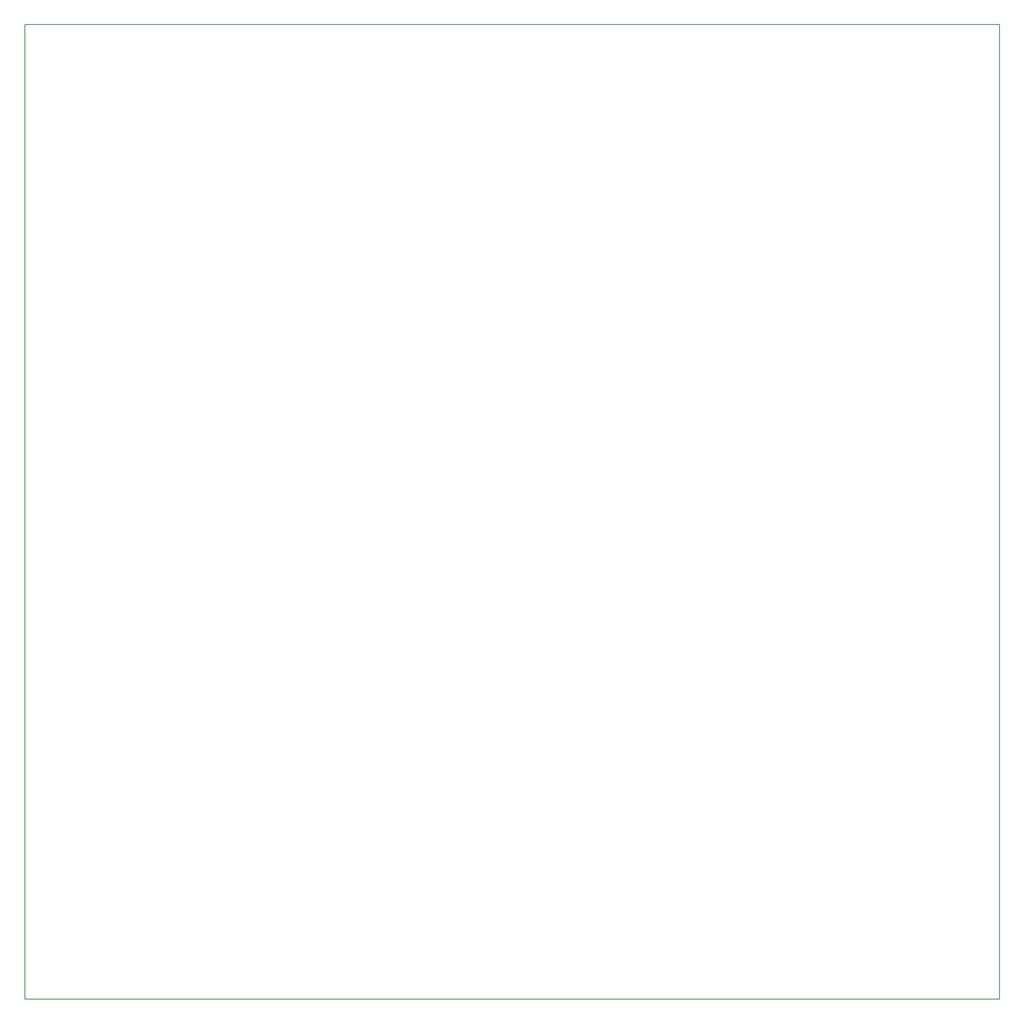
<source format=gm1>
G04 #@! TF.FileFunction,Profile,NP*
%FSLAX46Y46*%
G04 Gerber Fmt 4.6, Leading zero omitted, Abs format (unit mm)*
G04 Created by KiCad (PCBNEW 4.0.6) date 06/10/17 13:14:14*
%MOMM*%
%LPD*%
G01*
G04 APERTURE LIST*
%ADD10C,0.100000*%
%ADD11C,0.150000*%
G04 APERTURE END LIST*
D10*
D11*
X61722000Y-245872000D02*
X61722000Y-50292000D01*
X257302000Y-245872000D02*
X61722000Y-245872000D01*
X257302000Y-50292000D02*
X257302000Y-245872000D01*
X61722000Y-50292000D02*
X257302000Y-50292000D01*
M02*

</source>
